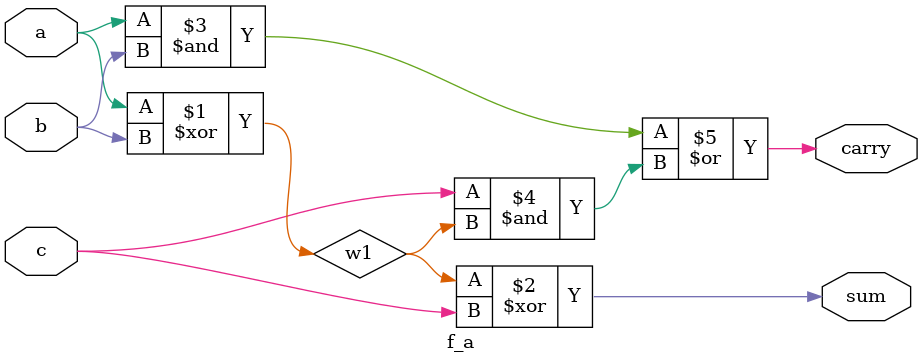
<source format=v>
module f_a(input a,b,c, output sum,carry);
  wire w1;
      assign w1=a^b;
      assign sum=w1^c;
      assign carry=(a&b)|c&w1;
endmodule

</source>
